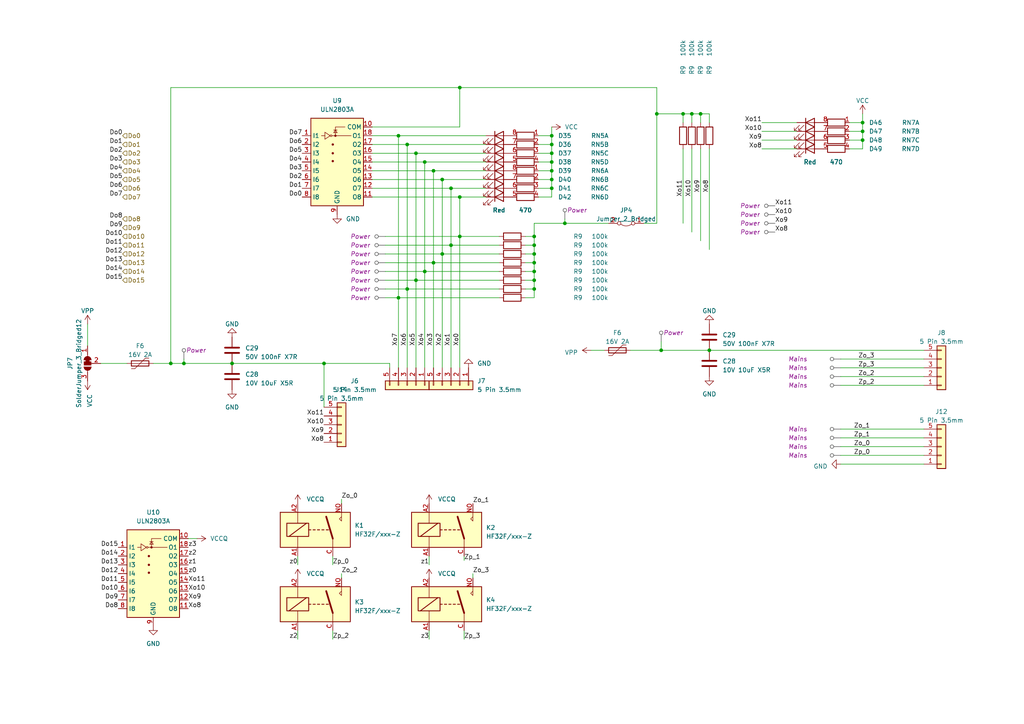
<source format=kicad_sch>
(kicad_sch (version 20230121) (generator eeschema)
  (paper "A4")
  (lib_symbols
    (symbol "Connector_Generic:Conn_01x05" (pin_names (offset 1.016) hide)
      (property "Reference" "J" (at 0 7.62 0))
      (property "Value" "Conn_01x05" (at 0 -7.62 0))
      (symbol "Conn_01x05_1_1"
        (rectangle (start -1.27 -4.953) (end 0 -5.207) (stroke (width 0.1524)))
        (rectangle (start -1.27 -2.413) (end 0 -2.667) (stroke (width 0.1524)))
        (rectangle (start -1.27 0.127) (end 0 -0.127) (stroke (width 0.1524)))
        (rectangle (start -1.27 2.667) (end 0 2.413) (stroke (width 0.1524)))
        (rectangle (start -1.27 5.207) (end 0 4.953) (stroke (width 0.1524)))
        (rectangle (start -1.27 6.35) (end 1.27 -6.35) (stroke (width 0.254)) (fill (type background)))
        (pin passive line (at -5.08 5.08 0) (length 3.81) (name "Pin_1") (number "1"))
        (pin passive line (at -5.08 2.54 0) (length 3.81) (name "Pin_2") (number "2"))
        (pin passive line (at -5.08 0 0) (length 3.81) (name "Pin_3") (number "3"))
        (pin passive line (at -5.08 -2.54 0) (length 3.81) (name "Pin_4") (number "4"))
        (pin passive line (at -5.08 -5.08 0) (length 3.81) (name "Pin_5") (number "5"))
      )
    )
    (symbol "Device:C" (pin_numbers hide) (pin_names (offset 0.254))
      (property "Reference" "C" (at 0.635 2.54 0))
      (property "Value" "C" (at 0.635 -2.54 0))
      (symbol "C_0_1"
        (polyline (pts (xy -2.032 -0.762) (xy 2.032 -0.762)) (stroke (width 0.508)))
        (polyline (pts (xy -2.032 0.762) (xy 2.032 0.762)) (stroke (width 0.508)))
      )
      (symbol "C_1_1"
        (pin passive line (at 0 3.81 270) (length 2.794) (name "~") (number "1"))
        (pin passive line (at 0 -3.81 90) (length 2.794) (name "~") (number "2"))
      )
    )
    (symbol "Device:LED" (pin_numbers hide) (pin_names (offset 1.016) hide)
      (property "Reference" "D" (at 0 2.54 0))
      (property "Value" "LED" (at 0 -2.54 0))
      (symbol "LED_0_1"
        (polyline (pts (xy -1.27 -1.27) (xy -1.27 1.27)) (stroke (width 0.254)))
        (polyline (pts (xy -1.27 0) (xy 1.27 0)))
        (polyline (pts (xy 1.27 -1.27) (xy 1.27 1.27) (xy -1.27 0) (xy 1.27 -1.27)) (stroke (width 0.254)))
        (polyline (pts (xy -3.048 -0.762) (xy -4.572 -2.286) (xy -3.81 -2.286) (xy -4.572 -2.286) (xy -4.572 -1.524)))
        (polyline (pts (xy -1.778 -0.762) (xy -3.302 -2.286) (xy -2.54 -2.286) (xy -3.302 -2.286) (xy -3.302 -1.524)))
      )
      (symbol "LED_1_1"
        (pin passive line (at -3.81 0 0) (length 2.54) (name "K") (number "1"))
        (pin passive line (at 3.81 0 180) (length 2.54) (name "A") (number "2"))
      )
    )
    (symbol "Device:Polyfuse" (pin_numbers hide) (pin_names (offset 0))
      (property "Reference" "F" (at -2.54 0 90))
      (property "Value" "Polyfuse" (at 2.54 0 90))
      (symbol "Polyfuse_0_1"
        (rectangle (start -0.762 2.54) (end 0.762 -2.54) (stroke (width 0.254)))
        (polyline (pts (xy 0 2.54) (xy 0 -2.54)))
        (polyline (pts (xy -1.524 2.54) (xy -1.524 1.524) (xy 1.524 -1.524) (xy 1.524 -2.54)))
      )
      (symbol "Polyfuse_1_1"
        (pin passive line (at 0 3.81 270) (length 1.27) (name "~") (number "1"))
        (pin passive line (at 0 -3.81 90) (length 1.27) (name "~") (number "2"))
      )
    )
    (symbol "Device:R" (pin_numbers hide) (pin_names (offset 0))
      (property "Reference" "R" (at 2.032 0 90))
      (property "Value" "R" (at 0 0 90))
      (symbol "R_0_1"
        (rectangle (start -1.016 -2.54) (end 1.016 2.54) (stroke (width 0.254)))
      )
      (symbol "R_1_1"
        (pin passive line (at 0 3.81 270) (length 1.27) (name "~") (number "1"))
        (pin passive line (at 0 -3.81 90) (length 1.27) (name "~") (number "2"))
      )
    )
    (symbol "Device:R_Pack04_Split" (pin_names (offset 0) hide)
      (property "Reference" "RN" (at 2.032 0 90))
      (property "Value" "R_Pack04_Split" (at 0 0 90))
      (symbol "R_Pack04_Split_0_1"
        (rectangle (start 1.016 2.54) (end -1.016 -2.54) (stroke (width 0.254)))
      )
      (symbol "R_Pack04_Split_1_1"
        (pin passive line (at 0 -3.81 90) (length 1.27) (name "R1.1") (number "1"))
        (pin passive line (at 0 3.81 270) (length 1.27) (name "R1.2") (number "8"))
      )
      (symbol "R_Pack04_Split_2_1"
        (pin passive line (at 0 -3.81 90) (length 1.27) (name "R2.1") (number "2"))
        (pin passive line (at 0 3.81 270) (length 1.27) (name "R2.2") (number "7"))
      )
      (symbol "R_Pack04_Split_3_1"
        (pin passive line (at 0 -3.81 90) (length 1.27) (name "R3.1") (number "3"))
        (pin passive line (at 0 3.81 270) (length 1.27) (name "R3.2") (number "6"))
      )
      (symbol "R_Pack04_Split_4_1"
        (pin passive line (at 0 -3.81 90) (length 1.27) (name "R4.1") (number "4"))
        (pin passive line (at 0 3.81 270) (length 1.27) (name "R4.2") (number "5"))
      )
    )
    (symbol "Jumper:Jumper_2_Bridged" (pin_names (offset 0) hide)
      (property "Reference" "JP" (at 0 1.905 0))
      (property "Value" "Jumper_2_Bridged" (at 0 -2.54 0))
      (symbol "Jumper_2_Bridged_0_0"
        (circle (center -2.032 0) (radius 0.508))
        (circle (center 2.032 0) (radius 0.508))
      )
      (symbol "Jumper_2_Bridged_0_1"
        (arc (start 1.524 0.254) (mid 0 0.762) (end -1.524 0.254))
      )
      (symbol "Jumper_2_Bridged_1_1"
        (pin passive line (at -5.08 0 0) (length 2.54) (name "A") (number "1"))
        (pin passive line (at 5.08 0 180) (length 2.54) (name "B") (number "2"))
      )
    )
    (symbol "Jumper:SolderJumper_3_Bridged12" (pin_names (offset 0) hide)
      (property "Reference" "JP" (at -2.54 -2.54 0))
      (property "Value" "SolderJumper_3_Bridged12" (at 0 2.794 0))
      (symbol "SolderJumper_3_Bridged12_0_1"
        (rectangle (start -1.016 0.508) (end -0.508 -0.508) (fill (type outline)))
        (arc (start -1.016 1.016) (mid -2.0276 0) (end -1.016 -1.016))
        (arc (start -1.016 1.016) (mid -2.0276 0) (end -1.016 -1.016) (fill (type outline)))
        (rectangle (start -0.508 1.016) (end 0.508 -1.016) (fill (type outline)))
        (polyline (pts (xy -2.54 0) (xy -2.032 0)))
        (polyline (pts (xy -1.016 1.016) (xy -1.016 -1.016)))
        (polyline (pts (xy 0 -1.27) (xy 0 -1.016)))
        (polyline (pts (xy 1.016 1.016) (xy 1.016 -1.016)))
        (polyline (pts (xy 2.54 0) (xy 2.032 0)))
        (arc (start 1.016 -1.016) (mid 2.0276 0) (end 1.016 1.016))
        (arc (start 1.016 -1.016) (mid 2.0276 0) (end 1.016 1.016) (fill (type outline)))
      )
      (symbol "SolderJumper_3_Bridged12_1_1"
        (pin passive line (at -5.08 0 0) (length 2.54) (name "A") (number "1"))
        (pin passive line (at 0 -3.81 90) (length 2.54) (name "C") (number "2"))
        (pin passive line (at 5.08 0 180) (length 2.54) (name "B") (number "3"))
      )
    )
    (symbol "Project_Symbols:HF32F{slash}xxx-Z"
      (property "Reference" "K" (at 11.43 3.81 0))
      (property "Value" "HF32F{slash}xxx-Z" (at 11.43 1.27 0))
      (symbol "HF32F{slash}xxx-Z_0_0"
        (polyline (pts (xy 7.62 5.08) (xy 7.62 2.54) (xy 6.985 3.175) (xy 7.62 3.81)))
      )
      (symbol "HF32F{slash}xxx-Z_0_1"
        (rectangle (start -10.16 5.08) (end 10.16 -5.08) (stroke (width 0.254)) (fill (type background)))
        (rectangle (start -8.255 1.905) (end -1.905 -1.905) (stroke (width 0.254)))
        (polyline (pts (xy -7.62 -1.905) (xy -2.54 1.905)) (stroke (width 0.254)))
        (polyline (pts (xy -5.08 -5.08) (xy -5.08 -1.905)))
        (polyline (pts (xy -5.08 5.08) (xy -5.08 1.905)))
        (polyline (pts (xy -1.905 0) (xy -1.27 0)) (stroke (width 0.254)))
        (polyline (pts (xy -0.635 0) (xy 0 0)) (stroke (width 0.254)))
        (polyline (pts (xy 0.635 0) (xy 1.27 0)) (stroke (width 0.254)))
        (polyline (pts (xy 1.905 0) (xy 2.54 0)) (stroke (width 0.254)))
        (polyline (pts (xy 3.175 0) (xy 3.81 0)) (stroke (width 0.254)))
        (polyline (pts (xy 5.08 -2.54) (xy 3.175 3.81)) (stroke (width 0.508)))
        (polyline (pts (xy 5.08 -2.54) (xy 5.08 -5.08)))
      )
      (symbol "HF32F{slash}xxx-Z_1_1"
        (pin passive line (at -5.08 -7.62 90) (length 2.54) (name "~") (number "A1"))
        (pin passive line (at -5.08 7.62 270) (length 2.54) (name "~") (number "A2"))
        (pin passive line (at 5.08 -7.62 90) (length 2.54) (name "~") (number "C"))
        (pin passive line (at 7.62 7.62 270) (length 2.54) (name "~") (number "NO"))
      )
    )
    (symbol "Transistor_Array:ULN2803A"
      (property "Reference" "U" (at 0 13.335 0))
      (property "Value" "ULN2803A" (at 0 11.43 0))
      (symbol "ULN2803A_0_1"
        (rectangle (start -7.62 -15.24) (end 7.62 10.16) (stroke (width 0.254)) (fill (type background)))
        (circle (center -1.778 5.08) (radius 0.254))
        (circle (center -1.27 -2.286) (radius 0.254) (fill (type outline)))
        (circle (center -1.27 0) (radius 0.254) (fill (type outline)))
        (circle (center -1.27 2.54) (radius 0.254) (fill (type outline)))
        (circle (center -0.508 5.08) (radius 0.254) (fill (type outline)))
        (polyline (pts (xy -4.572 5.08) (xy -3.556 5.08)))
        (polyline (pts (xy -1.524 5.08) (xy 4.064 5.08)))
        (polyline (pts (xy 0 6.731) (xy -1.016 6.731)))
        (polyline (pts (xy -0.508 5.08) (xy -0.508 7.62) (xy 2.286 7.62)))
        (polyline (pts (xy -3.556 6.096) (xy -3.556 4.064) (xy -2.032 5.08) (xy -3.556 6.096)))
        (polyline (pts (xy 0 5.969) (xy -1.016 5.969) (xy -0.508 6.731) (xy 0 5.969)))
      )
      (symbol "ULN2803A_1_1"
        (pin input line (at -10.16 5.08 0) (length 2.54) (name "I1") (number "1"))
        (pin passive line (at 10.16 7.62 180) (length 2.54) (name "COM") (number "10"))
        (pin open_collector line (at 10.16 -12.7 180) (length 2.54) (name "O8") (number "11"))
        (pin open_collector line (at 10.16 -10.16 180) (length 2.54) (name "O7") (number "12"))
        (pin open_collector line (at 10.16 -7.62 180) (length 2.54) (name "O6") (number "13"))
        (pin open_collector line (at 10.16 -5.08 180) (length 2.54) (name "O5") (number "14"))
        (pin open_collector line (at 10.16 -2.54 180) (length 2.54) (name "O4") (number "15"))
        (pin open_collector line (at 10.16 0 180) (length 2.54) (name "O3") (number "16"))
        (pin open_collector line (at 10.16 2.54 180) (length 2.54) (name "O2") (number "17"))
        (pin open_collector line (at 10.16 5.08 180) (length 2.54) (name "O1") (number "18"))
        (pin input line (at -10.16 2.54 0) (length 2.54) (name "I2") (number "2"))
        (pin input line (at -10.16 0 0) (length 2.54) (name "I3") (number "3"))
        (pin input line (at -10.16 -2.54 0) (length 2.54) (name "I4") (number "4"))
        (pin input line (at -10.16 -5.08 0) (length 2.54) (name "I5") (number "5"))
        (pin input line (at -10.16 -7.62 0) (length 2.54) (name "I6") (number "6"))
        (pin input line (at -10.16 -10.16 0) (length 2.54) (name "I7") (number "7"))
        (pin input line (at -10.16 -12.7 0) (length 2.54) (name "I8") (number "8"))
        (pin power_in line (at 0 -17.78 90) (length 2.54) (name "GND") (number "9"))
      )
    )
    (symbol "power:GND" (power) (pin_names (offset 0))
      (property "Value" "GND" (at 0 -3.81 0))
      (symbol "GND_0_1"
        (polyline (pts (xy 0 0) (xy 0 -1.27) (xy 1.27 -1.27) (xy 0 -2.54) (xy -1.27 -1.27) (xy 0 -1.27)))
      )
      (symbol "GND_1_1"
        (pin power_in line (at 0 0 270) (length 0) hide (name "GND") (number "1"))
      )
    )
    (symbol "power:VCC" (power) (pin_names (offset 0))
      (property "Value" "VCC" (at 0 3.81 0))
      (symbol "VCC_0_1"
        (polyline (pts (xy -0.762 1.27) (xy 0 2.54)))
        (polyline (pts (xy 0 0) (xy 0 2.54)))
        (polyline (pts (xy 0 2.54) (xy 0.762 1.27)))
      )
      (symbol "VCC_1_1"
        (pin power_in line (at 0 0 90) (length 0) hide (name "VCC") (number "1"))
      )
    )
    (symbol "power:VCCQ" (power) (pin_names (offset 0))
      (property "Value" "VCCQ" (at 0 3.81 0))
      (symbol "VCCQ_0_1"
        (polyline (pts (xy -0.762 1.27) (xy 0 2.54)))
        (polyline (pts (xy 0 0) (xy 0 2.54)))
        (polyline (pts (xy 0 2.54) (xy 0.762 1.27)))
      )
      (symbol "VCCQ_1_1"
        (pin power_in line (at 0 0 90) (length 0) hide (name "VCCQ") (number "1"))
      )
    )
    (symbol "power:VPP" (power) (pin_names (offset 0))
      (property "Value" "VPP" (at 0 3.81 0))
      (symbol "VPP_0_1"
        (polyline (pts (xy -0.762 1.27) (xy 0 2.54)))
        (polyline (pts (xy 0 0) (xy 0 2.54)))
        (polyline (pts (xy 0 2.54) (xy 0.762 1.27)))
      )
      (symbol "VPP_1_1"
        (pin power_in line (at 0 0 90) (length 0) hide (name "VPP") (number "1"))
      )
    )
  )
  (junction (at 118.11 41.91))
  (junction (at 123.19 46.99))
  (junction (at 125.73 76.2))
  (junction (at 160.02 46.99))
  (junction (at 154.94 71.12))
  (junction (at 198.12 33.02))
  (junction (at 205.74 101.6))
  (junction (at 115.57 39.37))
  (junction (at 163.83 64.77))
  (junction (at 160.02 44.45))
  (junction (at 154.94 73.66))
  (junction (at 67.31 105.41))
  (junction (at 250.19 35.56))
  (junction (at 154.94 83.82))
  (junction (at 123.19 78.74))
  (junction (at 120.65 81.28))
  (junction (at 115.57 86.36))
  (junction (at 128.27 52.07))
  (junction (at 200.66 33.02))
  (junction (at 190.5 33.02))
  (junction (at 49.53 105.41))
  (junction (at 160.02 41.91))
  (junction (at 125.73 49.53))
  (junction (at 118.11 83.82))
  (junction (at 160.02 39.37))
  (junction (at 250.19 40.64))
  (junction (at 133.35 68.58))
  (junction (at 250.19 38.1))
  (junction (at 93.98 105.41))
  (junction (at 154.94 78.74))
  (junction (at 130.81 54.61))
  (junction (at 120.65 44.45))
  (junction (at 154.94 76.2))
  (junction (at 128.27 73.66))
  (junction (at 160.02 54.61))
  (junction (at 160.02 49.53))
  (junction (at 133.35 57.15))
  (junction (at 160.02 52.07))
  (junction (at 53.34 105.41))
  (junction (at 154.94 81.28))
  (junction (at 130.81 71.12))
  (junction (at 191.77 101.6))
  (junction (at 154.94 68.58))
  (junction (at 133.35 25.4))
  (junction (at 203.2 33.02))
  (wire (pts (xy 160.02 49.53) (xy 160.02 52.07)))
  (wire (pts (xy 125.73 49.53) (xy 125.73 76.2)))
  (wire (pts (xy 154.94 71.12) (xy 152.4 71.12)))
  (wire (pts (xy 123.19 46.99) (xy 123.19 78.74)))
  (wire (pts (xy 133.35 25.4) (xy 49.53 25.4)))
  (wire (pts (xy 154.94 64.77) (xy 163.83 64.77)))
  (wire (pts (xy 190.5 33.02) (xy 198.12 33.02)))
  (wire (pts (xy 130.81 54.61) (xy 107.95 54.61)))
  (wire (pts (xy 171.45 101.6) (xy 175.26 101.6)))
  (wire (pts (xy 96.52 185.42) (xy 96.52 182.88)))
  (wire (pts (xy 154.94 76.2) (xy 152.4 76.2)))
  (wire (pts (xy 200.66 33.02) (xy 200.66 35.56)))
  (wire (pts (xy 250.19 33.02) (xy 250.19 35.56)))
  (wire (pts (xy 154.94 76.2) (xy 154.94 78.74)))
  (wire (pts (xy 160.02 39.37) (xy 156.21 39.37)))
  (wire (pts (xy 190.5 33.02) (xy 190.5 25.4)))
  (wire (pts (xy 123.19 78.74) (xy 144.78 78.74)))
  (wire (pts (xy 243.84 109.22) (xy 267.97 109.22)))
  (wire (pts (xy 243.84 134.62) (xy 267.97 134.62)))
  (wire (pts (xy 160.02 54.61) (xy 156.21 54.61)))
  (wire (pts (xy 154.94 68.58) (xy 152.4 68.58)))
  (wire (pts (xy 160.02 49.53) (xy 156.21 49.53)))
  (wire (pts (xy 118.11 41.91) (xy 107.95 41.91)))
  (wire (pts (xy 118.11 83.82) (xy 118.11 106.68)))
  (wire (pts (xy 154.94 81.28) (xy 152.4 81.28)))
  (wire (pts (xy 111.76 83.82) (xy 118.11 83.82)))
  (wire (pts (xy 120.65 81.28) (xy 120.65 106.68)))
  (wire (pts (xy 220.98 35.56) (xy 231.14 35.56)))
  (wire (pts (xy 67.31 105.41) (xy 53.34 105.41)))
  (wire (pts (xy 160.02 36.83) (xy 160.02 39.37)))
  (wire (pts (xy 67.31 105.41) (xy 93.98 105.41)))
  (wire (pts (xy 125.73 76.2) (xy 125.73 106.68)))
  (wire (pts (xy 160.02 54.61) (xy 160.02 57.15)))
  (wire (pts (xy 154.94 78.74) (xy 154.94 81.28)))
  (wire (pts (xy 93.98 105.41) (xy 93.98 118.11)))
  (wire (pts (xy 49.53 25.4) (xy 49.53 105.41)))
  (wire (pts (xy 128.27 73.66) (xy 128.27 106.68)))
  (wire (pts (xy 120.65 81.28) (xy 144.78 81.28)))
  (wire (pts (xy 140.97 52.07) (xy 128.27 52.07)))
  (wire (pts (xy 154.94 68.58) (xy 154.94 71.12)))
  (wire (pts (xy 250.19 38.1) (xy 250.19 40.64)))
  (wire (pts (xy 160.02 41.91) (xy 156.21 41.91)))
  (wire (pts (xy 220.98 43.18) (xy 231.14 43.18)))
  (wire (pts (xy 93.98 105.41) (xy 113.03 105.41)))
  (wire (pts (xy 160.02 52.07) (xy 156.21 52.07)))
  (wire (pts (xy 53.34 105.41) (xy 49.53 105.41)))
  (wire (pts (xy 133.35 36.83) (xy 107.95 36.83)))
  (wire (pts (xy 267.97 106.68) (xy 243.84 106.68)))
  (wire (pts (xy 267.97 132.08) (xy 243.84 132.08)))
  (wire (pts (xy 133.35 25.4) (xy 133.35 36.83)))
  (wire (pts (xy 25.4 93.98) (xy 25.4 100.33)))
  (wire (pts (xy 99.06 166.37) (xy 99.06 167.64)))
  (wire (pts (xy 96.52 163.83) (xy 96.52 161.29)))
  (wire (pts (xy 191.77 101.6) (xy 182.88 101.6)))
  (wire (pts (xy 220.98 40.64) (xy 231.14 40.64)))
  (wire (pts (xy 49.53 105.41) (xy 44.45 105.41)))
  (wire (pts (xy 160.02 39.37) (xy 160.02 41.91)))
  (wire (pts (xy 186.69 64.77) (xy 190.5 64.77)))
  (wire (pts (xy 120.65 44.45) (xy 107.95 44.45)))
  (wire (pts (xy 154.94 81.28) (xy 154.94 83.82)))
  (wire (pts (xy 160.02 46.99) (xy 160.02 49.53)))
  (wire (pts (xy 115.57 39.37) (xy 107.95 39.37)))
  (wire (pts (xy 128.27 52.07) (xy 128.27 73.66)))
  (wire (pts (xy 190.5 64.77) (xy 190.5 33.02)))
  (wire (pts (xy 123.19 46.99) (xy 107.95 46.99)))
  (wire (pts (xy 191.77 99.06) (xy 191.77 101.6)))
  (wire (pts (xy 154.94 86.36) (xy 152.4 86.36)))
  (wire (pts (xy 154.94 73.66) (xy 152.4 73.66)))
  (wire (pts (xy 160.02 44.45) (xy 156.21 44.45)))
  (wire (pts (xy 250.19 38.1) (xy 246.38 38.1)))
  (wire (pts (xy 160.02 41.91) (xy 160.02 44.45)))
  (wire (pts (xy 250.19 40.64) (xy 246.38 40.64)))
  (wire (pts (xy 267.97 127) (xy 243.84 127)))
  (wire (pts (xy 160.02 44.45) (xy 160.02 46.99)))
  (wire (pts (xy 53.34 104.14) (xy 53.34 105.41)))
  (wire (pts (xy 111.76 71.12) (xy 130.81 71.12)))
  (wire (pts (xy 203.2 69.85) (xy 203.2 43.18)))
  (wire (pts (xy 113.03 105.41) (xy 113.03 106.68)))
  (wire (pts (xy 154.94 73.66) (xy 154.94 76.2)))
  (wire (pts (xy 163.83 63.5) (xy 163.83 64.77)))
  (wire (pts (xy 154.94 83.82) (xy 152.4 83.82)))
  (wire (pts (xy 203.2 33.02) (xy 205.74 33.02)))
  (wire (pts (xy 111.76 68.58) (xy 133.35 68.58)))
  (wire (pts (xy 115.57 39.37) (xy 115.57 86.36)))
  (wire (pts (xy 133.35 57.15) (xy 107.95 57.15)))
  (wire (pts (xy 130.81 71.12) (xy 130.81 106.68)))
  (wire (pts (xy 205.74 72.39) (xy 205.74 43.18)))
  (wire (pts (xy 57.15 156.21) (xy 54.61 156.21)))
  (wire (pts (xy 86.36 161.29) (xy 86.36 163.83)))
  (wire (pts (xy 243.84 111.76) (xy 267.97 111.76)))
  (wire (pts (xy 140.97 44.45) (xy 120.65 44.45)))
  (wire (pts (xy 205.74 101.6) (xy 267.97 101.6)))
  (wire (pts (xy 200.66 33.02) (xy 203.2 33.02)))
  (wire (pts (xy 267.97 129.54) (xy 243.84 129.54)))
  (wire (pts (xy 198.12 33.02) (xy 200.66 33.02)))
  (wire (pts (xy 154.94 64.77) (xy 154.94 68.58)))
  (wire (pts (xy 128.27 52.07) (xy 107.95 52.07)))
  (wire (pts (xy 160.02 52.07) (xy 160.02 54.61)))
  (wire (pts (xy 205.74 33.02) (xy 205.74 35.56)))
  (wire (pts (xy 163.83 64.77) (xy 176.53 64.77)))
  (wire (pts (xy 29.21 105.41) (xy 36.83 105.41)))
  (wire (pts (xy 118.11 83.82) (xy 144.78 83.82)))
  (wire (pts (xy 124.46 163.83) (xy 124.46 161.29)))
  (wire (pts (xy 267.97 104.14) (xy 243.84 104.14)))
  (wire (pts (xy 267.97 124.46) (xy 243.84 124.46)))
  (wire (pts (xy 111.76 86.36) (xy 115.57 86.36)))
  (wire (pts (xy 111.76 76.2) (xy 125.73 76.2)))
  (wire (pts (xy 115.57 86.36) (xy 115.57 106.68)))
  (wire (pts (xy 198.12 64.77) (xy 198.12 43.18)))
  (wire (pts (xy 86.36 185.42) (xy 86.36 182.88)))
  (wire (pts (xy 134.62 185.42) (xy 134.62 182.88)))
  (wire (pts (xy 133.35 68.58) (xy 133.35 106.68)))
  (wire (pts (xy 160.02 46.99) (xy 156.21 46.99)))
  (wire (pts (xy 111.76 73.66) (xy 128.27 73.66)))
  (wire (pts (xy 134.62 162.56) (xy 134.62 161.29)))
  (wire (pts (xy 124.46 182.88) (xy 124.46 185.42)))
  (wire (pts (xy 154.94 83.82) (xy 154.94 86.36)))
  (wire (pts (xy 140.97 49.53) (xy 125.73 49.53)))
  (wire (pts (xy 111.76 78.74) (xy 123.19 78.74)))
  (wire (pts (xy 250.19 35.56) (xy 250.19 38.1)))
  (wire (pts (xy 133.35 57.15) (xy 133.35 68.58)))
  (wire (pts (xy 205.74 101.6) (xy 191.77 101.6)))
  (wire (pts (xy 137.16 166.37) (xy 137.16 167.64)))
  (wire (pts (xy 125.73 76.2) (xy 144.78 76.2)))
  (wire (pts (xy 120.65 44.45) (xy 120.65 81.28)))
  (wire (pts (xy 111.76 81.28) (xy 120.65 81.28)))
  (wire (pts (xy 140.97 46.99) (xy 123.19 46.99)))
  (wire (pts (xy 140.97 41.91) (xy 118.11 41.91)))
  (wire (pts (xy 250.19 35.56) (xy 246.38 35.56)))
  (wire (pts (xy 203.2 33.02) (xy 203.2 35.56)))
  (wire (pts (xy 118.11 41.91) (xy 118.11 83.82)))
  (wire (pts (xy 133.35 68.58) (xy 144.78 68.58)))
  (wire (pts (xy 140.97 54.61) (xy 130.81 54.61)))
  (wire (pts (xy 140.97 39.37) (xy 115.57 39.37)))
  (wire (pts (xy 250.19 43.18) (xy 246.38 43.18)))
  (wire (pts (xy 190.5 25.4) (xy 133.35 25.4)))
  (wire (pts (xy 130.81 54.61) (xy 130.81 71.12)))
  (wire (pts (xy 200.66 67.31) (xy 200.66 43.18)))
  (wire (pts (xy 160.02 57.15) (xy 156.21 57.15)))
  (wire (pts (xy 125.73 49.53) (xy 107.95 49.53)))
  (wire (pts (xy 130.81 71.12) (xy 144.78 71.12)))
  (wire (pts (xy 154.94 71.12) (xy 154.94 73.66)))
  (wire (pts (xy 128.27 73.66) (xy 144.78 73.66)))
  (wire (pts (xy 198.12 33.02) (xy 198.12 35.56)))
  (wire (pts (xy 154.94 78.74) (xy 152.4 78.74)))
  (wire (pts (xy 220.98 38.1) (xy 231.14 38.1)))
  (wire (pts (xy 99.06 144.78) (xy 99.06 146.05)))
  (wire (pts (xy 115.57 86.36) (xy 144.78 86.36)))
  (wire (pts (xy 123.19 78.74) (xy 123.19 106.68)))
  (wire (pts (xy 140.97 57.15) (xy 133.35 57.15)))
  (wire (pts (xy 250.19 40.64) (xy 250.19 43.18)))
  (label "Xo10" (at 54.61 171.45 0))
  (label "Do8" (at 34.29 176.53 180))
  (label "Do9" (at 34.29 173.99 180))
  (label "Xo11" (at 224.79 59.69 0))
  (label "Xo3" (at 125.73 100.33 90))
  (label "Zp_3" (at 248.92 106.68 0))
  (label "Xo10" (at 200.66 52.07 270))
  (label "Xo11" (at 198.12 52.07 270))
  (label "Xo9" (at 203.2 52.07 270))
  (label "Zo_0" (at 247.65 129.54 0))
  (label "Do15" (at 34.29 158.75 180))
  (label "Xo9" (at 93.98 125.73 180))
  (label "Zo_0" (at 99.06 144.78 0))
  (label "Do6" (at 35.56 54.61 180))
  (label "Zo_2" (at 99.06 166.37 0))
  (label "Do2" (at 35.56 44.45 180))
  (label "Zp_0" (at 247.65 132.08 0))
  (label "z3" (at 54.61 158.75 0))
  (label "Zp_3" (at 134.62 185.42 0))
  (label "Zo_2" (at 248.92 109.22 0))
  (label "Zo_3" (at 248.92 104.14 0))
  (label "Xo8" (at 224.79 67.31 0))
  (label "z1" (at 54.61 163.83 0))
  (label "Do4" (at 87.63 46.99 180))
  (label "Xo7" (at 115.57 100.33 90))
  (label "Do12" (at 35.56 73.66 180))
  (label "Xo2" (at 128.27 100.33 90))
  (label "Xo8" (at 205.74 52.07 270))
  (label "Zp_1" (at 134.62 162.56 0))
  (label "Do5" (at 35.56 52.07 180))
  (label "Do11" (at 34.29 168.91 180))
  (label "Xo8" (at 93.98 128.27 180))
  (label "Do8" (at 35.56 63.5 180))
  (label "Do10" (at 34.29 171.45 180))
  (label "Do13" (at 35.56 76.2 180))
  (label "Do4" (at 35.56 49.53 180))
  (label "Do14" (at 34.29 161.29 180))
  (label "Xo9" (at 220.98 40.64 180))
  (label "z3" (at 124.46 185.42 180))
  (label "Do0" (at 87.63 57.15 180))
  (label "Zp_2" (at 96.52 185.42 0))
  (label "Do6" (at 87.63 41.91 180))
  (label "Xo4" (at 123.19 100.33 90))
  (label "Do15" (at 35.56 81.28 180))
  (label "z2" (at 54.61 161.29 0))
  (label "Zp_0" (at 96.52 163.83 0))
  (label "Do1" (at 35.56 41.91 180))
  (label "z1" (at 124.46 163.83 180))
  (label "Xo10" (at 93.98 123.19 180))
  (label "Zp_1" (at 247.65 127 0))
  (label "Xo9" (at 224.79 64.77 0))
  (label "Do3" (at 87.63 49.53 180))
  (label "Do3" (at 35.56 46.99 180))
  (label "Xo11" (at 220.98 35.56 180))
  (label "Zo_3" (at 137.16 166.37 0))
  (label "Do9" (at 35.56 66.04 180))
  (label "Zo_1" (at 137.16 146.05 0))
  (label "Zo_1" (at 247.65 124.46 0))
  (label "Xo6" (at 118.11 100.33 90))
  (label "Xo11" (at 93.98 120.65 180))
  (label "Do7" (at 87.63 39.37 180))
  (label "z0" (at 54.61 166.37 0))
  (label "z0" (at 86.36 163.83 180))
  (label "Do7" (at 35.56 57.15 180))
  (label "Do5" (at 87.63 44.45 180))
  (label "Do1" (at 87.63 54.61 180))
  (label "Do13" (at 34.29 163.83 180))
  (label "Do14" (at 35.56 78.74 180))
  (label "Xo8" (at 54.61 176.53 0))
  (label "Do11" (at 35.56 71.12 180))
  (label "Do10" (at 35.56 68.58 180))
  (label "z2" (at 86.36 185.42 180))
  (label "Xo10" (at 220.98 38.1 180))
  (label "Xo9" (at 54.61 173.99 0))
  (label "Xo0" (at 133.35 100.33 90))
  (label "Xo8" (at 220.98 43.18 180))
  (label "Do0" (at 35.56 39.37 180))
  (label "Zp_2" (at 248.92 111.76 0))
  (label "Xo10" (at 224.79 62.23 0))
  (label "Xo1" (at 130.81 100.33 90))
  (label "Xo11" (at 54.61 168.91 0))
  (label "Do12" (at 34.29 166.37 180))
  (label "Do2" (at 87.63 52.07 180))
  (label "Xo5" (at 120.65 100.33 90))
  (hierarchical_label "Do11" (shape input) (at 35.56 71.12 0))
  (hierarchical_label "Do14" (shape input) (at 35.56 78.74 0))
  (hierarchical_label "Do1" (shape input) (at 35.56 41.91 0))
  (hierarchical_label "Do12" (shape input) (at 35.56 73.66 0))
  (hierarchical_label "Do3" (shape input) (at 35.56 46.99 0))
  (hierarchical_label "Do4" (shape input) (at 35.56 49.53 0))
  (hierarchical_label "Do9" (shape input) (at 35.56 66.04 0))
  (hierarchical_label "Do0" (shape input) (at 35.56 39.37 0))
  (hierarchical_label "Do15" (shape input) (at 35.56 81.28 0))
  (hierarchical_label "Do13" (shape input) (at 35.56 76.2 0))
  (hierarchical_label "Do2" (shape input) (at 35.56 44.45 0))
  (hierarchical_label "Do6" (shape input) (at 35.56 54.61 0))
  (hierarchical_label "Do8" (shape input) (at 35.56 63.5 0))
  (hierarchical_label "Do5" (shape input) (at 35.56 52.07 0))
  (hierarchical_label "Do7" (shape input) (at 35.56 57.15 0))
  (hierarchical_label "Do10" (shape input) (at 35.56 68.58 0))
  (netclass_flag "" (length 2.54) (shape round) (at 243.84 132.08 90) (property "Netclass" "Mains" (at 228.6 132.08 0) (effects (font italic) (justify left))))
  (netclass_flag "" (length 2.54) (shape round) (at 111.76 81.28 90) (property "Netclass" "Power" (at 101.6 81.28 0) (effects (font italic) (justify left))))
  (netclass_flag "" (length 2.54) (shape round) (at 111.76 76.2 90) (property "Netclass" "Power" (at 101.6 76.2 0) (effects (font italic) (justify left))))
  (netclass_flag "" (length 2.54) (shape round) (at 224.79 67.31 90) (property "Netclass" "Power" (at 214.63 67.31 0) (effects (font italic) (justify left))))
  (netclass_flag "" (length 2.54) (shape round) (at 224.79 62.23 90) (property "Netclass" "Power" (at 214.63 62.23 0) (effects (font italic) (justify left))))
  (netclass_flag "" (length 2.54) (shape round) (at 53.34 104.14 0) (property "Netclass" "Power" (at 53.9496 101.6 0) (effects (font italic) (justify left))))
  (netclass_flag "" (length 2.54) (shape round) (at 191.77 99.06 0) (property "Netclass" "Power" (at 192.3796 96.52 0) (effects (font italic) (justify left))))
  (netclass_flag "" (length 2.54) (shape round) (at 224.79 59.69 90) (property "Netclass" "Power" (at 214.63 59.69 0) (effects (font italic) (justify left))))
  (netclass_flag "" (length 2.54) (shape round) (at 243.84 106.68 90) (property "Netclass" "Mains" (at 228.6 106.68 0) (effects (font italic) (justify left))))
  (netclass_flag "" (length 2.54) (shape round) (at 243.84 104.14 90) (property "Netclass" "Mains" (at 228.6 104.14 0) (effects (font italic) (justify left))))
  (netclass_flag "" (length 2.54) (shape round) (at 224.79 64.77 90) (property "Netclass" "Power" (at 214.63 64.77 0) (effects (font italic) (justify left))))
  (netclass_flag "" (length 2.54) (shape round) (at 243.84 127 90) (property "Netclass" "Mains" (at 228.6 127 0) (effects (font italic) (justify left))))
  (netclass_flag "" (length 2.54) (shape round) (at 243.84 129.54 90) (property "Netclass" "Mains" (at 228.6 129.54 0) (effects (font italic) (justify left))))
  (netclass_flag "" (length 2.54) (shape round) (at 111.76 83.82 90) (property "Netclass" "Power" (at 101.6 83.82 0) (effects (font italic) (justify left))))
  (netclass_flag "" (length 2.54) (shape round) (at 111.76 73.66 90) (property "Netclass" "Power" (at 101.6 73.66 0) (effects (font italic) (justify left))))
  (netclass_flag "" (length 2.54) (shape round) (at 243.84 124.46 90) (property "Netclass" "Mains" (at 228.6 124.46 0) (effects (font italic) (justify left))))
  (netclass_flag "" (length 2.54) (shape round) (at 163.83 63.5 0) (property "Netclass" "Power" (at 164.4396 60.96 0) (effects (font italic) (justify left))))
  (netclass_flag "" (length 2.54) (shape round) (at 243.84 111.76 90) (property "Netclass" "Mains" (at 228.6 111.76 0) (effects (font italic) (justify left))))
  (netclass_flag "" (length 2.54) (shape round) (at 243.84 109.22 90) (property "Netclass" "Mains" (at 228.6 109.22 0) (effects (font italic) (justify left))))
  (netclass_flag "" (length 2.54) (shape round) (at 111.76 71.12 90) (property "Netclass" "Power" (at 101.6 71.12 0) (effects (font italic) (justify left))))
  (netclass_flag "" (length 2.54) (shape round) (at 111.76 68.58 90) (property "Netclass" "Power" (at 101.6 68.58 0) (effects (font italic) (justify left))))
  (netclass_flag "" (length 2.54) (shape round) (at 111.76 78.74 90) (property "Netclass" "Power" (at 101.6 78.74 0) (effects (font italic) (justify left))))
  (netclass_flag "" (length 2.54) (shape round) (at 111.76 86.36 90) (property "Netclass" "Power" (at 101.6 86.36 0) (effects (font italic) (justify left))))
  (symbol (lib_id "Jumper:SolderJumper_3_Bridged12") (at 25.4 105.41 90) (mirror x) (unit 1)
    (property "Reference" "JP7" (at 20.32 105.41 0))
    (property "Value" "SolderJumper_3_Bridged12" (at 22.86 105.41 0))
    (property "Footprint" "Connector_PinHeader_2.54mm:PinHeader_1x03_P2.54mm_Vertical" (effects hide))
    (instances (project "PiPico_OpenPLC" (path "" (reference "JP7") (unit 1)) (path "" (reference "JP8") (unit 1))))
  )
  (symbol (lib_id "Device:LED") (at 144.78 41.91 0) (unit 1)
    (property "Reference" "D36" (at 163.83 41.91 0))
    (property "Value" "Red" (at 144.78 60.96 0))
    (property "Footprint" "LED_SMD:LED_0603_1608Metric" (effects hide))
    (property "LCSC" "C2286" (effects hide))
  )
  (symbol (lib_id "Device:LED") (at 144.78 54.61 0) (unit 1)
    (property "Reference" "D41" (at 163.83 54.61 0))
    (property "Value" "Red" (at 144.78 60.96 0))
    (property "Footprint" "LED_SMD:LED_0603_1608Metric" (effects hide))
    (property "LCSC" "C2286" (effects hide))
  )
  (symbol (lib_id "Jumper:Jumper_2_Bridged") (at 181.61 64.77 180) (unit 1)
    (property "Reference" "JP4" (at 181.61 60.96 0))
    (property "Value" "Jumper_2_Bridged" (at 181.61 63.5 0))
    (property "Footprint" "Jumper:SolderJumper-2_P1.3mm_Bridged_RoundedPad1.0x1.5mm" (effects hide))
    (instances (project "PiPico_OpenPLC" (path "" (reference "JP4") (unit 1)) (path "" (reference "JP5") (unit 1))))
  )
  (symbol (lib_id "Device:R_Pack04_Split") (at 152.4 39.37 90) (unit 1)
    (property "Reference" "RN5" (at 173.99 39.37 90))
    (property "Value" "470" (at 152.4 60.96 90))
    (property "Footprint" "Resistor_SMD:R_Array_Convex_4x0603" (effects hide))
    (property "LCSC" "C25510" (effects hide))
    (property "JLCPCB Rotation Offset" "90" (effects hide))
  )
  (symbol (lib_id "Device:R_Pack04_Split") (at 152.4 54.61 90) (unit 3)
    (property "Reference" "RN6" (at 173.99 54.61 90))
    (property "Value" "470" (at 152.4 60.96 90))
    (property "Footprint" "Resistor_SMD:R_Array_Convex_4x0603" (effects hide))
    (property "LCSC" "C25510" (effects hide))
    (property "JLCPCB Rotation Offset" "90" (effects hide))
  )
  (symbol (lib_id "Device:R") (at 203.2 39.37 180) (unit 1)
    (property "Reference" "R9" (at 203.2 20.32 90))
    (property "Value" "100k" (at 203.2 13.97 90))
    (property "Footprint" "Resistor_SMD:R_0603_1608Metric" (effects hide))
    (property "LCSC" "C25803" (effects hide))
    (instances (project "PiPico_OpenPLC" (path "" (reference "R9") (unit 1)) (path "" (reference "R47") (unit 1))))
  )
  (symbol (lib_id "Device:R_Pack04_Split") (at 152.4 44.45 90) (unit 3)
    (property "Reference" "RN5" (at 173.99 44.45 90))
    (property "Value" "470" (at 152.4 60.96 90))
    (property "Footprint" "Resistor_SMD:R_Array_Convex_4x0603" (effects hide))
    (property "LCSC" "C25510" (effects hide))
    (property "JLCPCB Rotation Offset" "90" (effects hide))
  )
  (symbol (lib_id "Device:R") (at 148.59 76.2 90) (unit 1)
    (property "Reference" "R9" (at 167.64 76.2 90))
    (property "Value" "100k" (at 173.99 76.2 90))
    (property "Footprint" "Resistor_SMD:R_0603_1608Metric" (effects hide))
    (property "LCSC" "C25803" (effects hide))
    (instances (project "PiPico_OpenPLC" (path "" (reference "R9") (unit 1)) (path "" (reference "R39") (unit 1))))
  )
  (symbol (lib_id "Connector_Generic:Conn_01x05") (at 118.11 111.76 270) (unit 1)
    (property "Reference" "J6" (at 102.87 110.49 90))
    (property "Value" "5 Pin 3.5mm" (at 102.87 113.03 90))
    (property "Footprint" "Connector_Phoenix_MC:PhoenixContact_MC_1,5_5-G-3.5_1x05_P3.50mm_Horizontal" (effects hide))
    (property "LCSC" "C136655" (effects hide))
  )
  (symbol (lib_id "Device:R") (at 148.59 73.66 90) (unit 1)
    (property "Reference" "R9" (at 167.64 73.66 90))
    (property "Value" "100k" (at 173.99 73.66 90))
    (property "Footprint" "Resistor_SMD:R_0603_1608Metric" (effects hide))
    (property "LCSC" "C25803" (effects hide))
    (instances (project "PiPico_OpenPLC" (path "" (reference "R9") (unit 1)) (path "" (reference "R38") (unit 1))))
  )
  (symbol (lib_id "Transistor_Array:ULN2803A") (at 44.45 163.83 0) (unit 1)
    (property "Reference" "U10" (at 44.45 148.59 0))
    (property "Value" "ULN2803A" (at 44.45 151.13 0))
    (property "Footprint" "Package_SO:SOIC-18W_7.5x11.6mm_P1.27mm" (effects hide))
    (property "Datasheet" "http://www.ti.com/lit/ds/symlink/uln2803a.pdf" (effects hide))
    (property "LCSC" "C845537" (effects hide))
    (property "JLCPCB Rotation Offset" "-90" (effects hide))
  )
  (symbol (lib_id "Device:R") (at 148.59 86.36 90) (unit 1)
    (property "Reference" "R9" (at 167.64 86.36 90))
    (property "Value" "100k" (at 173.99 86.36 90))
    (property "Footprint" "Resistor_SMD:R_0603_1608Metric" (effects hide))
    (property "LCSC" "C25803" (effects hide))
    (instances (project "PiPico_OpenPLC" (path "" (reference "R9") (unit 1)) (path "" (reference "R43") (unit 1))))
  )
  (symbol (lib_id "Project_Symbols:HF32F{slash}xxx-Z") (at 129.54 175.26 0) (unit 1)
    (property "Reference" "K4" (at 140.97 173.9899 0) (effects (justify left)))
    (property "Value" "HF32F/xxx-Z" (at 140.97 176.5299 0) (effects (justify left)))
    (property "Footprint" "Project:Relay_SPST_Hongfa_HF32F-Z" (effects hide))
    (property "Datasheet" "https://www.shc-gmbh.com/pdf/HF32F_en.pdf" (effects hide))
    (property "LCSC" "C3632" (effects hide))
  )
  (symbol (lib_id "power:VCCQ") (at 124.46 167.64 0) (unit 1)
    (property "Reference" "#PWR0134" (effects hide))
    (property "Value" "VCCQ" (at 127 166.3699 0) (effects (justify left)))
  )
  (symbol (lib_id "Connector_Generic:Conn_01x05") (at 273.05 129.54 0) (mirror x) (unit 1)
    (property "Reference" "J12" (at 273.05 119.38 0))
    (property "Value" "5 Pin 3.5mm" (at 273.05 121.92 0))
    (property "Footprint" "Connector_Phoenix_MC:PhoenixContact_MC_1,5_5-G-3.5_1x05_P3.50mm_Horizontal" (effects hide))
    (property "LCSC" "C136655" (effects hide))
  )
  (symbol (lib_id "power:VCCQ") (at 57.15 156.21 270) (unit 1)
    (property "Reference" "#PWR0147" (effects hide))
    (property "Value" "VCCQ" (at 60.96 156.2099 90) (effects (justify left)))
  )
  (symbol (lib_id "Device:R") (at 205.74 39.37 180) (unit 1)
    (property "Reference" "R9" (at 205.74 20.32 90))
    (property "Value" "100k" (at 205.74 13.97 90))
    (property "Footprint" "Resistor_SMD:R_0603_1608Metric" (effects hide))
    (property "LCSC" "C25803" (effects hide))
    (instances (project "PiPico_OpenPLC" (path "" (reference "R9") (unit 1)) (path "" (reference "R48") (unit 1))))
  )
  (symbol (lib_id "power:VCCQ") (at 86.36 146.05 0) (unit 1)
    (property "Reference" "#PWR0128" (effects hide))
    (property "Value" "VCCQ" (at 88.9 144.7799 0) (effects (justify left)))
  )
  (symbol (lib_id "Device:LED") (at 234.95 35.56 0) (unit 1)
    (property "Reference" "D46" (at 254 35.56 0))
    (property "Value" "Red" (at 234.95 46.99 0))
    (property "Footprint" "LED_SMD:LED_0603_1608Metric" (effects hide))
    (property "LCSC" "C2286" (effects hide))
  )
  (symbol (lib_id "Device:LED") (at 144.78 52.07 0) (unit 1)
    (property "Reference" "D40" (at 163.83 52.07 0))
    (property "Value" "Red" (at 144.78 60.96 0))
    (property "Footprint" "LED_SMD:LED_0603_1608Metric" (effects hide))
    (property "LCSC" "C2286" (effects hide))
  )
  (symbol (lib_id "power:GND") (at 44.45 181.61 0) (mirror y) (unit 1)
    (property "Reference" "#PWR0146" (effects hide))
    (property "Value" "GND" (at 44.45 186.69 0))
  )
  (symbol (lib_id "Device:C") (at 205.74 97.79 180) (unit 1)
    (property "Reference" "C29" (at 209.55 97.155 0) (effects (justify right)))
    (property "Value" "50V 100nF X7R" (at 209.55 99.695 0) (effects (justify right)))
    (property "Footprint" "Capacitor_SMD:C_0603_1608Metric" (effects hide))
    (property "LCSC" "C14663" (effects hide))
    (instances (project "PiPico_OpenPLC" (path "" (reference "C29") (unit 1)) (path "" (reference "C44") (unit 1))))
  )
  (symbol (lib_id "Device:R_Pack04_Split") (at 152.4 41.91 90) (unit 2)
    (property "Reference" "RN5" (at 173.99 41.91 90))
    (property "Value" "470" (at 152.4 60.96 90))
    (property "Footprint" "Resistor_SMD:R_Array_Convex_4x0603" (effects hide))
    (property "LCSC" "C25510" (effects hide))
    (property "JLCPCB Rotation Offset" "90" (effects hide))
  )
  (symbol (lib_id "Device:R_Pack04_Split") (at 152.4 52.07 90) (unit 2)
    (property "Reference" "RN6" (at 173.99 52.07 90))
    (property "Value" "470" (at 152.4 60.96 90))
    (property "Footprint" "Resistor_SMD:R_Array_Convex_4x0603" (effects hide))
    (property "LCSC" "C25510" (effects hide))
    (property "JLCPCB Rotation Offset" "90" (effects hide))
  )
  (symbol (lib_id "power:VCCQ") (at 86.36 167.64 0) (unit 1)
    (property "Reference" "#PWR0129" (effects hide))
    (property "Value" "VCCQ" (at 88.9 166.3699 0) (effects (justify left)))
  )
  (symbol (lib_id "Connector_Generic:Conn_01x05") (at 99.06 123.19 0) (mirror x) (unit 1)
    (property "Reference" "J14" (at 99.06 113.03 0))
    (property "Value" "5 Pin 3.5mm" (at 99.06 115.57 0))
    (property "Footprint" "Connector_Phoenix_MC:PhoenixContact_MC_1,5_5-G-3.5_1x05_P3.50mm_Horizontal" (effects hide))
    (property "LCSC" "C136655" (effects hide))
  )
  (symbol (lib_id "power:VPP") (at 25.4 93.98 0) (unit 1)
    (property "Reference" "#PWR040" (effects hide))
    (property "Value" "VPP" (at 25.4 90.17 0))
  )
  (symbol (lib_id "Device:R_Pack04_Split") (at 242.57 35.56 90) (unit 1)
    (property "Reference" "RN7" (at 264.16 35.56 90))
    (property "Value" "470" (at 242.57 46.99 90))
    (property "Footprint" "Resistor_SMD:R_Array_Convex_4x0603" (effects hide))
    (property "LCSC" "C25510" (effects hide))
    (property "JLCPCB Rotation Offset" "90" (effects hide))
  )
  (symbol (lib_id "Device:R_Pack04_Split") (at 152.4 49.53 90) (unit 1)
    (property "Reference" "RN6" (at 173.99 49.53 90))
    (property "Value" "470" (at 152.4 60.96 90))
    (property "Footprint" "Resistor_SMD:R_Array_Convex_4x0603" (effects hide))
    (property "LCSC" "C25510" (effects hide))
    (property "JLCPCB Rotation Offset" "90" (effects hide))
  )
  (symbol (lib_id "Device:R_Pack04_Split") (at 152.4 57.15 90) (unit 4)
    (property "Reference" "RN6" (at 173.99 57.15 90))
    (property "Value" "470" (at 152.4 60.96 90))
    (property "Footprint" "Resistor_SMD:R_Array_Convex_4x0603" (effects hide))
    (property "LCSC" "C25510" (effects hide))
    (property "JLCPCB Rotation Offset" "90" (effects hide))
  )
  (symbol (lib_id "Connector_Generic:Conn_01x05") (at 130.81 111.76 270) (unit 1)
    (property "Reference" "J7" (at 138.43 110.4899 90) (effects (justify left)))
    (property "Value" "5 Pin 3.5mm" (at 138.43 113.0299 90) (effects (justify left)))
    (property "Footprint" "Connector_Phoenix_MC:PhoenixContact_MC_1,5_5-G-3.5_1x05_P3.50mm_Horizontal" (effects hide))
    (property "LCSC" "C136655" (effects hide))
  )
  (symbol (lib_id "Device:Polyfuse") (at 179.07 101.6 90) (unit 1)
    (property "Reference" "F6" (at 179.07 96.52 90))
    (property "Value" "16V 2A" (at 179.07 99.06 90))
    (property "Footprint" "Fuse:Fuse_1206_3216Metric" (effects hide))
    (property "LCSC" "C2843986" (effects hide))
    (instances (project "PiPico_OpenPLC" (path "" (reference "F6") (unit 1)) (path "" (reference "F6") (unit 1)) (path "" (reference "F8") (unit 1))))
  )
  (symbol (lib_id "power:GND") (at 67.31 113.03 0) (mirror y) (unit 1)
    (property "Reference" "#PWR093" (effects hide))
    (property "Value" "GND" (at 67.31 118.11 0))
    (instances (project "PiPico_OpenPLC" (path "" (reference "#PWR093") (unit 1)) (path "" (reference "#PWR0155") (unit 1))))
  )
  (symbol (lib_id "Device:R_Pack04_Split") (at 242.57 43.18 90) (unit 4)
    (property "Reference" "RN7" (at 264.16 43.18 90))
    (property "Value" "470" (at 242.57 46.99 90))
    (property "Footprint" "Resistor_SMD:R_Array_Convex_4x0603" (effects hide))
    (property "LCSC" "C25510" (effects hide))
    (property "JLCPCB Rotation Offset" "90" (effects hide))
  )
  (symbol (lib_id "Device:R") (at 148.59 81.28 90) (unit 1)
    (property "Reference" "R9" (at 167.64 81.28 90))
    (property "Value" "100k" (at 173.99 81.28 90))
    (property "Footprint" "Resistor_SMD:R_0603_1608Metric" (effects hide))
    (property "LCSC" "C25803" (effects hide))
    (instances (project "PiPico_OpenPLC" (path "" (reference "R9") (unit 1)) (path "" (reference "R41") (unit 1))))
  )
  (symbol (lib_id "power:GND") (at 67.31 97.79 0) (mirror x) (unit 1)
    (property "Reference" "#PWR094" (effects hide))
    (property "Value" "GND" (at 67.31 93.98 0))
    (instances (project "PiPico_OpenPLC" (path "" (reference "#PWR094") (unit 1)) (path "" (reference "#PWR0157") (unit 1))))
  )
  (symbol (lib_id "Project_Symbols:HF32F{slash}xxx-Z") (at 91.44 153.67 0) (unit 1)
    (property "Reference" "K1" (at 102.87 152.3999 0) (effects (justify left)))
    (property "Value" "HF32F/xxx-Z" (at 102.87 154.9399 0) (effects (justify left)))
    (property "Footprint" "Project:Relay_SPST_Hongfa_HF32F-Z" (effects hide))
    (property "Datasheet" "https://www.shc-gmbh.com/pdf/HF32F_en.pdf" (effects hide))
    (property "LCSC" "C3632" (effects hide))
  )
  (symbol (lib_id "power:GND") (at 97.79 62.23 0) (mirror y) (unit 1)
    (property "Reference" "#PWR0122" (effects hide))
    (property "Value" "GND" (at 100.33 63.4999 0) (effects (justify right)))
  )
  (symbol (lib_id "Project_Symbols:HF32F{slash}xxx-Z") (at 129.54 153.67 0) (unit 1)
    (property "Reference" "K2" (at 140.97 153.035 0) (effects (justify left)))
    (property "Value" "HF32F/xxx-Z" (at 140.97 155.575 0) (effects (justify left)))
    (property "Footprint" "Project:Relay_SPST_Hongfa_HF32F-Z" (effects hide))
    (property "Datasheet" "https://www.shc-gmbh.com/pdf/HF32F_en.pdf" (effects hide))
    (property "LCSC" "C3632" (effects hide))
  )
  (symbol (lib_id "Device:R") (at 198.12 39.37 180) (unit 1)
    (property "Reference" "R9" (at 198.12 20.32 90))
    (property "Value" "100k" (at 198.12 13.97 90))
    (property "Footprint" "Resistor_SMD:R_0603_1608Metric" (effects hide))
    (property "LCSC" "C25803" (effects hide))
    (instances (project "PiPico_OpenPLC" (path "" (reference "R9") (unit 1)) (path "" (reference "R45") (unit 1))))
  )
  (symbol (lib_id "Connector_Generic:Conn_01x05") (at 273.05 106.68 0) (mirror x) (unit 1)
    (property "Reference" "J8" (at 273.05 96.52 0))
    (property "Value" "5 Pin 3.5mm" (at 273.05 99.06 0))
    (property "Footprint" "Connector_Phoenix_MC:PhoenixContact_MC_1,5_5-G-3.5_1x05_P3.50mm_Horizontal" (effects hide))
    (property "LCSC" "C136655" (effects hide))
  )
  (symbol (lib_id "Device:R") (at 148.59 78.74 90) (unit 1)
    (property "Reference" "R9" (at 167.64 78.74 90))
    (property "Value" "100k" (at 173.99 78.74 90))
    (property "Footprint" "Resistor_SMD:R_0603_1608Metric" (effects hide))
    (property "LCSC" "C25803" (effects hide))
    (instances (project "PiPico_OpenPLC" (path "" (reference "R9") (unit 1)) (path "" (reference "R40") (unit 1))))
  )
  (symbol (lib_id "power:GND") (at 205.74 93.98 0) (mirror x) (unit 1)
    (property "Reference" "#PWR094" (effects hide))
    (property "Value" "GND" (at 205.74 90.17 0))
    (instances (project "PiPico_OpenPLC" (path "" (reference "#PWR094") (unit 1)) (path "" (reference "#PWR0159") (unit 1))))
  )
  (symbol (lib_id "Device:LED") (at 234.95 40.64 0) (unit 1)
    (property "Reference" "D48" (at 254 40.64 0))
    (property "Value" "Red" (at 234.95 46.99 0))
    (property "Footprint" "LED_SMD:LED_0603_1608Metric" (effects hide))
    (property "LCSC" "C2286" (effects hide))
  )
  (symbol (lib_id "Device:R") (at 148.59 83.82 90) (unit 1)
    (property "Reference" "R9" (at 167.64 83.82 90))
    (property "Value" "100k" (at 173.99 83.82 90))
    (property "Footprint" "Resistor_SMD:R_0603_1608Metric" (effects hide))
    (property "LCSC" "C25803" (effects hide))
    (instances (project "PiPico_OpenPLC" (path "" (reference "R9") (unit 1)) (path "" (reference "R42") (unit 1))))
  )
  (symbol (lib_id "power:VCCQ") (at 124.46 146.05 0) (unit 1)
    (property "Reference" "#PWR0133" (effects hide))
    (property "Value" "VCCQ" (at 127 144.7799 0) (effects (justify left)))
  )
  (symbol (lib_id "Device:R") (at 148.59 68.58 90) (unit 1)
    (property "Reference" "R9" (at 167.64 68.58 90))
    (property "Value" "100k" (at 173.99 68.58 90))
    (property "Footprint" "Resistor_SMD:R_0603_1608Metric" (effects hide))
    (property "LCSC" "C25803" (effects hide))
    (instances (project "PiPico_OpenPLC" (path "" (reference "R9") (unit 1)) (path "" (reference "R36") (unit 1))))
  )
  (symbol (lib_id "power:GND") (at 205.74 109.22 0) (mirror y) (unit 1)
    (property "Reference" "#PWR093" (effects hide))
    (property "Value" "GND" (at 205.74 114.3 0))
    (instances (project "PiPico_OpenPLC" (path "" (reference "#PWR093") (unit 1)) (path "" (reference "#PWR0160") (unit 1))))
  )
  (symbol (lib_id "Device:R") (at 200.66 39.37 180) (unit 1)
    (property "Reference" "R9" (at 200.66 20.32 90))
    (property "Value" "100k" (at 200.66 13.97 90))
    (property "Footprint" "Resistor_SMD:R_0603_1608Metric" (effects hide))
    (property "LCSC" "C25803" (effects hide))
    (instances (project "PiPico_OpenPLC" (path "" (reference "R9") (unit 1)) (path "" (reference "R46") (unit 1))))
  )
  (symbol (lib_id "power:VCC") (at 160.02 36.83 270) (unit 1)
    (property "Reference" "#PWR0132" (effects hide))
    (property "Value" "VCC" (at 163.83 36.8299 90) (effects (justify left)))
  )
  (symbol (lib_id "Device:C") (at 205.74 105.41 180) (unit 1)
    (property "Reference" "C28" (at 209.55 104.775 0) (effects (justify right)))
    (property "Value" "10V 10uF X5R" (at 209.55 107.315 0) (effects (justify right)))
    (property "Footprint" "Capacitor_SMD:C_0603_1608Metric" (effects hide))
    (property "LCSC" "C19702" (effects hide))
    (instances (project "PiPico_OpenPLC" (path "" (reference "C28") (unit 1)) (path "" (reference "C45") (unit 1))))
  )
  (symbol (lib_id "Device:LED") (at 144.78 57.15 0) (unit 1)
    (property "Reference" "D42" (at 163.83 57.15 0))
    (property "Value" "Red" (at 144.78 60.96 0))
    (property "Footprint" "LED_SMD:LED_0603_1608Metric" (effects hide))
    (property "LCSC" "C2286" (effects hide))
  )
  (symbol (lib_id "Device:Polyfuse") (at 40.64 105.41 90) (unit 1)
    (property "Reference" "F6" (at 40.64 100.33 90))
    (property "Value" "16V 2A" (at 40.64 102.87 90))
    (property "Footprint" "Fuse:Fuse_1206_3216Metric" (effects hide))
    (property "LCSC" "C2843986" (effects hide))
    (instances (project "PiPico_OpenPLC" (path "" (reference "F6") (unit 1)) (path "" (reference "F6") (unit 1)) (path "" (reference "F9") (unit 1))))
  )
  (symbol (lib_id "Device:LED") (at 144.78 44.45 0) (unit 1)
    (property "Reference" "D37" (at 163.83 44.45 0))
    (property "Value" "Red" (at 144.78 60.96 0))
    (property "Footprint" "LED_SMD:LED_0603_1608Metric" (effects hide))
    (property "LCSC" "C2286" (effects hide))
  )
  (symbol (lib_id "Device:LED") (at 144.78 49.53 0) (unit 1)
    (property "Reference" "D39" (at 163.83 49.53 0))
    (property "Value" "Red" (at 144.78 60.96 0))
    (property "Footprint" "LED_SMD:LED_0603_1608Metric" (effects hide))
    (property "LCSC" "C2286" (effects hide))
  )
  (symbol (lib_id "Device:LED") (at 234.95 38.1 0) (unit 1)
    (property "Reference" "D47" (at 254 38.1 0))
    (property "Value" "Red" (at 234.95 46.99 0))
    (property "Footprint" "LED_SMD:LED_0603_1608Metric" (effects hide))
    (property "LCSC" "C2286" (effects hide))
  )
  (symbol (lib_id "Device:C") (at 67.31 101.6 180) (unit 1)
    (property "Reference" "C29" (at 71.12 100.965 0) (effects (justify right)))
    (property "Value" "50V 100nF X7R" (at 71.12 103.505 0) (effects (justify right)))
    (property "Footprint" "Capacitor_SMD:C_0603_1608Metric" (effects hide))
    (property "LCSC" "C14663" (effects hide))
    (instances (project "PiPico_OpenPLC" (path "" (reference "C29") (unit 1)) (path "" (reference "C43") (unit 1))))
  )
  (symbol (lib_id "Device:C") (at 67.31 109.22 180) (unit 1)
    (property "Reference" "C28" (at 71.12 108.585 0) (effects (justify right)))
    (property "Value" "10V 10uF X5R" (at 71.12 111.125 0) (effects (justify right)))
    (property "Footprint" "Capacitor_SMD:C_0603_1608Metric" (effects hide))
    (property "LCSC" "C19702" (effects hide))
    (instances (project "PiPico_OpenPLC" (path "" (reference "C28") (unit 1)) (path "" (reference "C42") (unit 1))))
  )
  (symbol (lib_id "power:GND") (at 135.89 106.68 180) (unit 1)
    (property "Reference" "#PWR0127" (effects hide))
    (property "Value" "GND" (at 138.43 105.4099 0) (effects (justify right)))
  )
  (symbol (lib_id "power:VPP") (at 171.45 101.6 90) (unit 1)
    (property "Reference" "#PWR040" (effects hide))
    (property "Value" "VPP" (at 167.64 102.235 90) (effects (justify left)))
    (instances (project "PiPico_OpenPLC" (path "" (reference "#PWR040") (unit 1)) (path "" (reference "#PWR0126") (unit 1))))
  )
  (symbol (lib_id "power:VCC") (at 250.19 33.02 0) (unit 1)
    (property "Reference" "#PWR0163" (effects hide))
    (property "Value" "VCC" (at 250.19 29.21 0))
  )
  (symbol (lib_id "Device:LED") (at 144.78 39.37 0) (unit 1)
    (property "Reference" "D35" (at 163.83 39.37 0))
    (property "Value" "Red" (at 144.78 60.96 0))
    (property "Footprint" "LED_SMD:LED_0603_1608Metric" (effects hide))
    (property "LCSC" "C2286" (effects hide))
  )
  (symbol (lib_id "Device:R_Pack04_Split") (at 242.57 40.64 90) (unit 3)
    (property "Reference" "RN7" (at 264.16 40.64 90))
    (property "Value" "470" (at 242.57 46.99 90))
    (property "Footprint" "Resistor_SMD:R_Array_Convex_4x0603" (effects hide))
    (property "LCSC" "C25510" (effects hide))
    (property "JLCPCB Rotation Offset" "90" (effects hide))
  )
  (symbol (lib_id "Device:R_Pack04_Split") (at 152.4 46.99 90) (unit 4)
    (property "Reference" "RN5" (at 173.99 46.99 90))
    (property "Value" "470" (at 152.4 60.96 90))
    (property "Footprint" "Resistor_SMD:R_Array_Convex_4x0603" (effects hide))
    (property "LCSC" "C25510" (effects hide))
    (property "JLCPCB Rotation Offset" "90" (effects hide))
  )
  (symbol (lib_id "power:VCC") (at 25.4 110.49 180) (unit 1)
    (property "Reference" "#PWR0163" (effects hide))
    (property "Value" "VCC" (at 26.035 114.3 90) (effects (justify left)))
    (instances (project "PiPico_OpenPLC" (path "" (reference "#PWR0163") (unit 1)) (path "" (reference "#PWR0174") (unit 1))))
  )
  (symbol (lib_id "Device:R_Pack04_Split") (at 242.57 38.1 90) (unit 2)
    (property "Reference" "RN7" (at 264.16 38.1 90))
    (property "Value" "470" (at 242.57 46.99 90))
    (property "Footprint" "Resistor_SMD:R_Array_Convex_4x0603" (effects hide))
    (property "LCSC" "C25510" (effects hide))
    (property "JLCPCB Rotation Offset" "90" (effects hide))
  )
  (symbol (lib_id "Project_Symbols:HF32F{slash}xxx-Z") (at 91.44 175.26 0) (unit 1)
    (property "Reference" "K3" (at 102.87 174.625 0) (effects (justify left)))
    (property "Value" "HF32F/xxx-Z" (at 102.87 177.165 0) (effects (justify left)))
    (property "Footprint" "Project:Relay_SPST_Hongfa_HF32F-Z" (effects hide))
    (property "Datasheet" "https://www.shc-gmbh.com/pdf/HF32F_en.pdf" (effects hide))
    (property "LCSC" "C3632" (effects hide))
  )
  (symbol (lib_id "Device:R") (at 148.59 71.12 90) (unit 1)
    (property "Reference" "R9" (at 167.64 71.12 90))
    (property "Value" "100k" (at 173.99 71.12 90))
    (property "Footprint" "Resistor_SMD:R_0603_1608Metric" (effects hide))
    (property "LCSC" "C25803" (effects hide))
    (instances (project "PiPico_OpenPLC" (path "" (reference "R9") (unit 1)) (path "" (reference "R37") (unit 1))))
  )
  (symbol (lib_id "Device:LED") (at 234.95 43.18 0) (unit 1)
    (property "Reference" "D49" (at 254 43.18 0))
    (property "Value" "Red" (at 234.95 46.99 0))
    (property "Footprint" "LED_SMD:LED_0603_1608Metric" (effects hide))
    (property "LCSC" "C2286" (effects hide))
  )
  (symbol (lib_id "power:GND") (at 243.84 134.62 270) (unit 1)
    (property "Reference" "#PWR0130" (effects hide))
    (property "Value" "GND" (at 240.03 135.255 90) (effects (justify right)))
  )
  (symbol (lib_id "Transistor_Array:ULN2803A") (at 97.79 44.45 0) (unit 1)
    (property "Reference" "U9" (at 97.79 29.21 0))
    (property "Value" "ULN2803A" (at 97.79 31.75 0))
    (property "Footprint" "Package_SO:SOIC-18W_7.5x11.6mm_P1.27mm" (effects hide))
    (property "Datasheet" "http://www.ti.com/lit/ds/symlink/uln2803a.pdf" (effects hide))
    (property "LCSC" "C845537" (effects hide))
    (property "JLCPCB Rotation Offset" "-90" (effects hide))
  )
  (symbol (lib_id "Device:LED") (at 144.78 46.99 0) (unit 1)
    (property "Reference" "D38" (at 163.83 46.99 0))
    (property "Value" "Red" (at 144.78 60.96 0))
    (property "Footprint" "LED_SMD:LED_0603_1608Metric" (effects hide))
    (property "LCSC" "C2286" (effects hide))
  )
)
</source>
